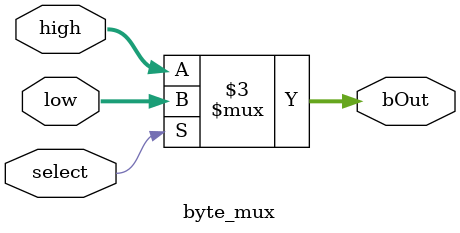
<source format=v>
`timescale 1ns / 1ps

/*************************************************************
Author:    Poff, Samuel
Email:     spoff42@gmail.cim
File Name: byte_mux.v
Date:      11Oct2016
Version:   1.0

Notes: This multiplexer dictates which data will be outputted
from the seven segment display.
       The Inputs Follow:
Clock (name: clock[linked to debo0 debounce module]).
Reset (name: reset[linked to BTNU]).
       The Outputs Follow:
Address Value (name: address[used as input to the ram module]).

**************************************************************/

module byte_mux(high, low, select, bOut);

   input [7:0] high;
   input [7:0] low;
   input select;
   
   output [7:0] bOut;
   
   reg bOut;
   
   always @ (select) begin
      if (select) begin
         bOut = low;
      end
      else begin
         bOut = high;
      end
   end // End Always
   
endmodule

</source>
